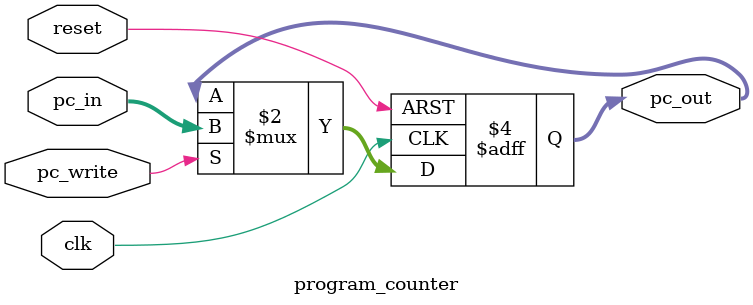
<source format=sv>
module program_counter(
    input  logic        clk,         // Clock signal
    input  logic        reset,       // Reset signal
    input  logic        pc_write,    // Controls the updating of the PC
    input  logic [31:0] pc_in,       // Next PC address (input to be loaded)
    output logic [31:0] pc_out      // Current PC address (output)
);

    // Always block triggered on rising edge of clock or reset signal
    always_ff @(posedge clk or posedge reset) begin
        if (reset) 
            pc_out <= 32'b0; // When reset is active, PC is set to zero
        else if (pc_write) 
            pc_out <= pc_in; // If pc_write is enabled, update PC with pc_in
    end

endmodule

</source>
